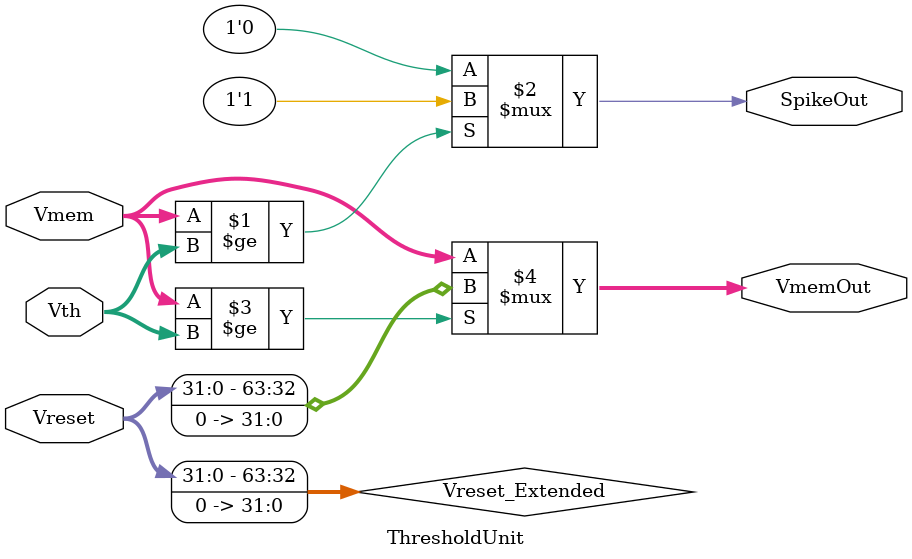
<source format=v>
/*
-----------------------------------------------------
| Created on: 12.07.2018		            						
| Author: Saunak Saha				    
|                                                   
| Department of Electrical and Computer Engineering 
| Iowa State University                             
-----------------------------------------------------
*/


`timescale 1ns/1ns
module ThresholdUnit
#(
	parameter INTEGER_WIDTH = 32,
	parameter DATA_WIDTH_FRAC = 32,
	parameter DATA_WIDTH = INTEGER_WIDTH + DATA_WIDTH_FRAC
)
(

	input wire signed [(DATA_WIDTH-1):0] Vth,
	input wire signed [(DATA_WIDTH-1):0] Vmem,
	input wire signed [(INTEGER_WIDTH-1):0] Vreset,

	output wire signed [(DATA_WIDTH-1):0] VmemOut,
	output wire SpikeOut 
);

	//Intermediate Values:
	wire signed [(DATA_WIDTH-1):0] Vreset_Extended;


	//Wire Select and/or padding for Fixed-point Arithmetic
	assign Vreset_Extended = {Vreset,{DATA_WIDTH_FRAC{1'b0}}};              //pad fractional bits 



	//Combinational Computation

	assign SpikeOut = (Vmem >= Vth) ? 1'b1 : 1'b0;
	assign VmemOut = (Vmem >= Vth) ? Vreset_Extended : Vmem;


	endmodule

</source>
